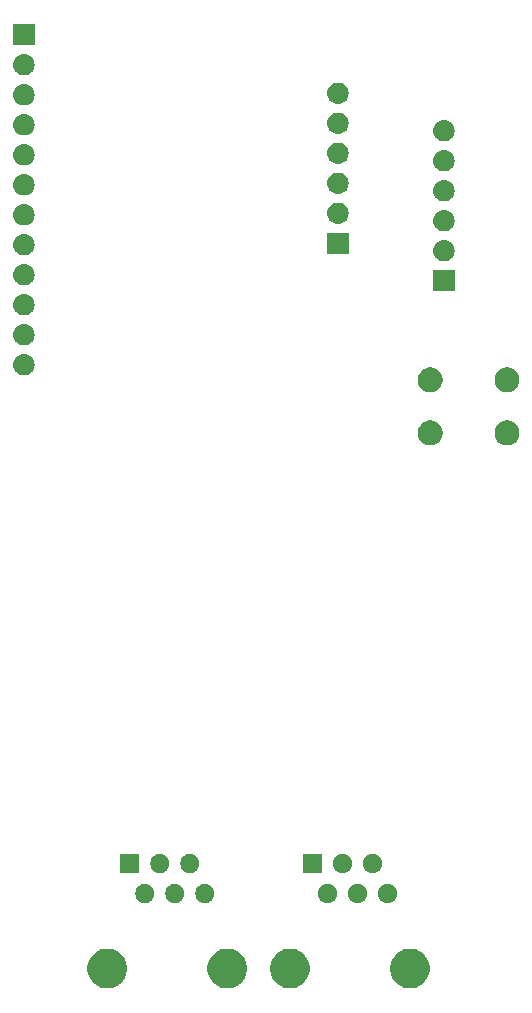
<source format=gbr>
G04 #@! TF.GenerationSoftware,KiCad,Pcbnew,(5.1.4)-1*
G04 #@! TF.CreationDate,2019-11-01T17:51:28+00:00*
G04 #@! TF.ProjectId,canbus_boiler_switch,63616e62-7573-45f6-926f-696c65725f73,rev?*
G04 #@! TF.SameCoordinates,Original*
G04 #@! TF.FileFunction,Soldermask,Bot*
G04 #@! TF.FilePolarity,Negative*
%FSLAX46Y46*%
G04 Gerber Fmt 4.6, Leading zero omitted, Abs format (unit mm)*
G04 Created by KiCad (PCBNEW (5.1.4)-1) date 2019-11-01 17:51:28*
%MOMM*%
%LPD*%
G04 APERTURE LIST*
%ADD10C,0.100000*%
G04 APERTURE END LIST*
D10*
G36*
X62398871Y-207492408D02*
G01*
X62703883Y-207618748D01*
X62978387Y-207802166D01*
X63211834Y-208035613D01*
X63395252Y-208310117D01*
X63521592Y-208615129D01*
X63586000Y-208938928D01*
X63586000Y-209269072D01*
X63521592Y-209592871D01*
X63395252Y-209897883D01*
X63211834Y-210172387D01*
X62978387Y-210405834D01*
X62703883Y-210589252D01*
X62398871Y-210715592D01*
X62075073Y-210780000D01*
X61744927Y-210780000D01*
X61583029Y-210747796D01*
X61421129Y-210715592D01*
X61116117Y-210589252D01*
X60841613Y-210405834D01*
X60608166Y-210172387D01*
X60424748Y-209897883D01*
X60298408Y-209592871D01*
X60234000Y-209269072D01*
X60234000Y-208938928D01*
X60298408Y-208615129D01*
X60424748Y-208310117D01*
X60608166Y-208035613D01*
X60841613Y-207802166D01*
X61116117Y-207618748D01*
X61421129Y-207492408D01*
X61744927Y-207428000D01*
X62075073Y-207428000D01*
X62398871Y-207492408D01*
X62398871Y-207492408D01*
G37*
G36*
X77868871Y-207492408D02*
G01*
X78173883Y-207618748D01*
X78448387Y-207802166D01*
X78681834Y-208035613D01*
X78865252Y-208310117D01*
X78991592Y-208615129D01*
X79056000Y-208938928D01*
X79056000Y-209269072D01*
X78991592Y-209592871D01*
X78865252Y-209897883D01*
X78681834Y-210172387D01*
X78448387Y-210405834D01*
X78173883Y-210589252D01*
X77868871Y-210715592D01*
X77545073Y-210780000D01*
X77214927Y-210780000D01*
X77053029Y-210747796D01*
X76891129Y-210715592D01*
X76586117Y-210589252D01*
X76311613Y-210405834D01*
X76078166Y-210172387D01*
X75894748Y-209897883D01*
X75768408Y-209592871D01*
X75704000Y-209269072D01*
X75704000Y-208938928D01*
X75768408Y-208615129D01*
X75894748Y-208310117D01*
X76078166Y-208035613D01*
X76311613Y-207802166D01*
X76586117Y-207618748D01*
X76891129Y-207492408D01*
X77214927Y-207428000D01*
X77545073Y-207428000D01*
X77868871Y-207492408D01*
X77868871Y-207492408D01*
G37*
G36*
X88028871Y-207492408D02*
G01*
X88333883Y-207618748D01*
X88608387Y-207802166D01*
X88841834Y-208035613D01*
X89025252Y-208310117D01*
X89151592Y-208615129D01*
X89216000Y-208938928D01*
X89216000Y-209269072D01*
X89151592Y-209592871D01*
X89025252Y-209897883D01*
X88841834Y-210172387D01*
X88608387Y-210405834D01*
X88333883Y-210589252D01*
X88028871Y-210715592D01*
X87705073Y-210780000D01*
X87374927Y-210780000D01*
X87213029Y-210747796D01*
X87051129Y-210715592D01*
X86746117Y-210589252D01*
X86471613Y-210405834D01*
X86238166Y-210172387D01*
X86054748Y-209897883D01*
X85928408Y-209592871D01*
X85864000Y-209269072D01*
X85864000Y-208938928D01*
X85928408Y-208615129D01*
X86054748Y-208310117D01*
X86238166Y-208035613D01*
X86471613Y-207802166D01*
X86746117Y-207618748D01*
X87051129Y-207492408D01*
X87374927Y-207428000D01*
X87705073Y-207428000D01*
X88028871Y-207492408D01*
X88028871Y-207492408D01*
G37*
G36*
X72558871Y-207492408D02*
G01*
X72863883Y-207618748D01*
X73138387Y-207802166D01*
X73371834Y-208035613D01*
X73555252Y-208310117D01*
X73681592Y-208615129D01*
X73746000Y-208938928D01*
X73746000Y-209269072D01*
X73681592Y-209592871D01*
X73555252Y-209897883D01*
X73371834Y-210172387D01*
X73138387Y-210405834D01*
X72863883Y-210589252D01*
X72558871Y-210715592D01*
X72235073Y-210780000D01*
X71904927Y-210780000D01*
X71743029Y-210747796D01*
X71581129Y-210715592D01*
X71276117Y-210589252D01*
X71001613Y-210405834D01*
X70768166Y-210172387D01*
X70584748Y-209897883D01*
X70458408Y-209592871D01*
X70394000Y-209269072D01*
X70394000Y-208938928D01*
X70458408Y-208615129D01*
X70584748Y-208310117D01*
X70768166Y-208035613D01*
X71001613Y-207802166D01*
X71276117Y-207618748D01*
X71581129Y-207492408D01*
X71904927Y-207428000D01*
X72235073Y-207428000D01*
X72558871Y-207492408D01*
X72558871Y-207492408D01*
G37*
G36*
X85876560Y-201974166D02*
G01*
X86024153Y-202035301D01*
X86156982Y-202124055D01*
X86269945Y-202237018D01*
X86358699Y-202369847D01*
X86419834Y-202517440D01*
X86451000Y-202674123D01*
X86451000Y-202833877D01*
X86419834Y-202990560D01*
X86358699Y-203138153D01*
X86269945Y-203270982D01*
X86156982Y-203383945D01*
X86024153Y-203472699D01*
X86024152Y-203472700D01*
X86024151Y-203472700D01*
X85876560Y-203533834D01*
X85719878Y-203565000D01*
X85560122Y-203565000D01*
X85403440Y-203533834D01*
X85255849Y-203472700D01*
X85255848Y-203472700D01*
X85255847Y-203472699D01*
X85123018Y-203383945D01*
X85010055Y-203270982D01*
X84921301Y-203138153D01*
X84860166Y-202990560D01*
X84829000Y-202833877D01*
X84829000Y-202674123D01*
X84860166Y-202517440D01*
X84921301Y-202369847D01*
X85010055Y-202237018D01*
X85123018Y-202124055D01*
X85255847Y-202035301D01*
X85403440Y-201974166D01*
X85560122Y-201943000D01*
X85719878Y-201943000D01*
X85876560Y-201974166D01*
X85876560Y-201974166D01*
G37*
G36*
X83336560Y-201974166D02*
G01*
X83484153Y-202035301D01*
X83616982Y-202124055D01*
X83729945Y-202237018D01*
X83818699Y-202369847D01*
X83879834Y-202517440D01*
X83911000Y-202674123D01*
X83911000Y-202833877D01*
X83879834Y-202990560D01*
X83818699Y-203138153D01*
X83729945Y-203270982D01*
X83616982Y-203383945D01*
X83484153Y-203472699D01*
X83484152Y-203472700D01*
X83484151Y-203472700D01*
X83336560Y-203533834D01*
X83179878Y-203565000D01*
X83020122Y-203565000D01*
X82863440Y-203533834D01*
X82715849Y-203472700D01*
X82715848Y-203472700D01*
X82715847Y-203472699D01*
X82583018Y-203383945D01*
X82470055Y-203270982D01*
X82381301Y-203138153D01*
X82320166Y-202990560D01*
X82289000Y-202833877D01*
X82289000Y-202674123D01*
X82320166Y-202517440D01*
X82381301Y-202369847D01*
X82470055Y-202237018D01*
X82583018Y-202124055D01*
X82715847Y-202035301D01*
X82863440Y-201974166D01*
X83020122Y-201943000D01*
X83179878Y-201943000D01*
X83336560Y-201974166D01*
X83336560Y-201974166D01*
G37*
G36*
X80796560Y-201974166D02*
G01*
X80944153Y-202035301D01*
X81076982Y-202124055D01*
X81189945Y-202237018D01*
X81278699Y-202369847D01*
X81339834Y-202517440D01*
X81371000Y-202674123D01*
X81371000Y-202833877D01*
X81339834Y-202990560D01*
X81278699Y-203138153D01*
X81189945Y-203270982D01*
X81076982Y-203383945D01*
X80944153Y-203472699D01*
X80944152Y-203472700D01*
X80944151Y-203472700D01*
X80796560Y-203533834D01*
X80639878Y-203565000D01*
X80480122Y-203565000D01*
X80323440Y-203533834D01*
X80175849Y-203472700D01*
X80175848Y-203472700D01*
X80175847Y-203472699D01*
X80043018Y-203383945D01*
X79930055Y-203270982D01*
X79841301Y-203138153D01*
X79780166Y-202990560D01*
X79749000Y-202833877D01*
X79749000Y-202674123D01*
X79780166Y-202517440D01*
X79841301Y-202369847D01*
X79930055Y-202237018D01*
X80043018Y-202124055D01*
X80175847Y-202035301D01*
X80323440Y-201974166D01*
X80480122Y-201943000D01*
X80639878Y-201943000D01*
X80796560Y-201974166D01*
X80796560Y-201974166D01*
G37*
G36*
X70406560Y-201974166D02*
G01*
X70554153Y-202035301D01*
X70686982Y-202124055D01*
X70799945Y-202237018D01*
X70888699Y-202369847D01*
X70949834Y-202517440D01*
X70981000Y-202674123D01*
X70981000Y-202833877D01*
X70949834Y-202990560D01*
X70888699Y-203138153D01*
X70799945Y-203270982D01*
X70686982Y-203383945D01*
X70554153Y-203472699D01*
X70554152Y-203472700D01*
X70554151Y-203472700D01*
X70406560Y-203533834D01*
X70249878Y-203565000D01*
X70090122Y-203565000D01*
X69933440Y-203533834D01*
X69785849Y-203472700D01*
X69785848Y-203472700D01*
X69785847Y-203472699D01*
X69653018Y-203383945D01*
X69540055Y-203270982D01*
X69451301Y-203138153D01*
X69390166Y-202990560D01*
X69359000Y-202833877D01*
X69359000Y-202674123D01*
X69390166Y-202517440D01*
X69451301Y-202369847D01*
X69540055Y-202237018D01*
X69653018Y-202124055D01*
X69785847Y-202035301D01*
X69933440Y-201974166D01*
X70090122Y-201943000D01*
X70249878Y-201943000D01*
X70406560Y-201974166D01*
X70406560Y-201974166D01*
G37*
G36*
X67866560Y-201974166D02*
G01*
X68014153Y-202035301D01*
X68146982Y-202124055D01*
X68259945Y-202237018D01*
X68348699Y-202369847D01*
X68409834Y-202517440D01*
X68441000Y-202674123D01*
X68441000Y-202833877D01*
X68409834Y-202990560D01*
X68348699Y-203138153D01*
X68259945Y-203270982D01*
X68146982Y-203383945D01*
X68014153Y-203472699D01*
X68014152Y-203472700D01*
X68014151Y-203472700D01*
X67866560Y-203533834D01*
X67709878Y-203565000D01*
X67550122Y-203565000D01*
X67393440Y-203533834D01*
X67245849Y-203472700D01*
X67245848Y-203472700D01*
X67245847Y-203472699D01*
X67113018Y-203383945D01*
X67000055Y-203270982D01*
X66911301Y-203138153D01*
X66850166Y-202990560D01*
X66819000Y-202833877D01*
X66819000Y-202674123D01*
X66850166Y-202517440D01*
X66911301Y-202369847D01*
X67000055Y-202237018D01*
X67113018Y-202124055D01*
X67245847Y-202035301D01*
X67393440Y-201974166D01*
X67550122Y-201943000D01*
X67709878Y-201943000D01*
X67866560Y-201974166D01*
X67866560Y-201974166D01*
G37*
G36*
X65326560Y-201974166D02*
G01*
X65474153Y-202035301D01*
X65606982Y-202124055D01*
X65719945Y-202237018D01*
X65808699Y-202369847D01*
X65869834Y-202517440D01*
X65901000Y-202674123D01*
X65901000Y-202833877D01*
X65869834Y-202990560D01*
X65808699Y-203138153D01*
X65719945Y-203270982D01*
X65606982Y-203383945D01*
X65474153Y-203472699D01*
X65474152Y-203472700D01*
X65474151Y-203472700D01*
X65326560Y-203533834D01*
X65169878Y-203565000D01*
X65010122Y-203565000D01*
X64853440Y-203533834D01*
X64705849Y-203472700D01*
X64705848Y-203472700D01*
X64705847Y-203472699D01*
X64573018Y-203383945D01*
X64460055Y-203270982D01*
X64371301Y-203138153D01*
X64310166Y-202990560D01*
X64279000Y-202833877D01*
X64279000Y-202674123D01*
X64310166Y-202517440D01*
X64371301Y-202369847D01*
X64460055Y-202237018D01*
X64573018Y-202124055D01*
X64705847Y-202035301D01*
X64853440Y-201974166D01*
X65010122Y-201943000D01*
X65169878Y-201943000D01*
X65326560Y-201974166D01*
X65326560Y-201974166D01*
G37*
G36*
X82066560Y-199434166D02*
G01*
X82214153Y-199495301D01*
X82346982Y-199584055D01*
X82459945Y-199697018D01*
X82548699Y-199829847D01*
X82609834Y-199977440D01*
X82641000Y-200134123D01*
X82641000Y-200293877D01*
X82609834Y-200450560D01*
X82548699Y-200598153D01*
X82459945Y-200730982D01*
X82346982Y-200843945D01*
X82214153Y-200932699D01*
X82214152Y-200932700D01*
X82214151Y-200932700D01*
X82066560Y-200993834D01*
X81909878Y-201025000D01*
X81750122Y-201025000D01*
X81593440Y-200993834D01*
X81445849Y-200932700D01*
X81445848Y-200932700D01*
X81445847Y-200932699D01*
X81313018Y-200843945D01*
X81200055Y-200730982D01*
X81111301Y-200598153D01*
X81050166Y-200450560D01*
X81019000Y-200293877D01*
X81019000Y-200134123D01*
X81050166Y-199977440D01*
X81111301Y-199829847D01*
X81200055Y-199697018D01*
X81313018Y-199584055D01*
X81445847Y-199495301D01*
X81593440Y-199434166D01*
X81750122Y-199403000D01*
X81909878Y-199403000D01*
X82066560Y-199434166D01*
X82066560Y-199434166D01*
G37*
G36*
X64631000Y-201025000D02*
G01*
X63009000Y-201025000D01*
X63009000Y-199403000D01*
X64631000Y-199403000D01*
X64631000Y-201025000D01*
X64631000Y-201025000D01*
G37*
G36*
X84606560Y-199434166D02*
G01*
X84754153Y-199495301D01*
X84886982Y-199584055D01*
X84999945Y-199697018D01*
X85088699Y-199829847D01*
X85149834Y-199977440D01*
X85181000Y-200134123D01*
X85181000Y-200293877D01*
X85149834Y-200450560D01*
X85088699Y-200598153D01*
X84999945Y-200730982D01*
X84886982Y-200843945D01*
X84754153Y-200932699D01*
X84754152Y-200932700D01*
X84754151Y-200932700D01*
X84606560Y-200993834D01*
X84449878Y-201025000D01*
X84290122Y-201025000D01*
X84133440Y-200993834D01*
X83985849Y-200932700D01*
X83985848Y-200932700D01*
X83985847Y-200932699D01*
X83853018Y-200843945D01*
X83740055Y-200730982D01*
X83651301Y-200598153D01*
X83590166Y-200450560D01*
X83559000Y-200293877D01*
X83559000Y-200134123D01*
X83590166Y-199977440D01*
X83651301Y-199829847D01*
X83740055Y-199697018D01*
X83853018Y-199584055D01*
X83985847Y-199495301D01*
X84133440Y-199434166D01*
X84290122Y-199403000D01*
X84449878Y-199403000D01*
X84606560Y-199434166D01*
X84606560Y-199434166D01*
G37*
G36*
X80101000Y-201025000D02*
G01*
X78479000Y-201025000D01*
X78479000Y-199403000D01*
X80101000Y-199403000D01*
X80101000Y-201025000D01*
X80101000Y-201025000D01*
G37*
G36*
X66596560Y-199434166D02*
G01*
X66744153Y-199495301D01*
X66876982Y-199584055D01*
X66989945Y-199697018D01*
X67078699Y-199829847D01*
X67139834Y-199977440D01*
X67171000Y-200134123D01*
X67171000Y-200293877D01*
X67139834Y-200450560D01*
X67078699Y-200598153D01*
X66989945Y-200730982D01*
X66876982Y-200843945D01*
X66744153Y-200932699D01*
X66744152Y-200932700D01*
X66744151Y-200932700D01*
X66596560Y-200993834D01*
X66439878Y-201025000D01*
X66280122Y-201025000D01*
X66123440Y-200993834D01*
X65975849Y-200932700D01*
X65975848Y-200932700D01*
X65975847Y-200932699D01*
X65843018Y-200843945D01*
X65730055Y-200730982D01*
X65641301Y-200598153D01*
X65580166Y-200450560D01*
X65549000Y-200293877D01*
X65549000Y-200134123D01*
X65580166Y-199977440D01*
X65641301Y-199829847D01*
X65730055Y-199697018D01*
X65843018Y-199584055D01*
X65975847Y-199495301D01*
X66123440Y-199434166D01*
X66280122Y-199403000D01*
X66439878Y-199403000D01*
X66596560Y-199434166D01*
X66596560Y-199434166D01*
G37*
G36*
X69136560Y-199434166D02*
G01*
X69284153Y-199495301D01*
X69416982Y-199584055D01*
X69529945Y-199697018D01*
X69618699Y-199829847D01*
X69679834Y-199977440D01*
X69711000Y-200134123D01*
X69711000Y-200293877D01*
X69679834Y-200450560D01*
X69618699Y-200598153D01*
X69529945Y-200730982D01*
X69416982Y-200843945D01*
X69284153Y-200932699D01*
X69284152Y-200932700D01*
X69284151Y-200932700D01*
X69136560Y-200993834D01*
X68979878Y-201025000D01*
X68820122Y-201025000D01*
X68663440Y-200993834D01*
X68515849Y-200932700D01*
X68515848Y-200932700D01*
X68515847Y-200932699D01*
X68383018Y-200843945D01*
X68270055Y-200730982D01*
X68181301Y-200598153D01*
X68120166Y-200450560D01*
X68089000Y-200293877D01*
X68089000Y-200134123D01*
X68120166Y-199977440D01*
X68181301Y-199829847D01*
X68270055Y-199697018D01*
X68383018Y-199584055D01*
X68515847Y-199495301D01*
X68663440Y-199434166D01*
X68820122Y-199403000D01*
X68979878Y-199403000D01*
X69136560Y-199434166D01*
X69136560Y-199434166D01*
G37*
G36*
X96064564Y-162747389D02*
G01*
X96255833Y-162826615D01*
X96255835Y-162826616D01*
X96427973Y-162941635D01*
X96574365Y-163088027D01*
X96689385Y-163260167D01*
X96768611Y-163451436D01*
X96809000Y-163654484D01*
X96809000Y-163861516D01*
X96768611Y-164064564D01*
X96689385Y-164255833D01*
X96689384Y-164255835D01*
X96574365Y-164427973D01*
X96427973Y-164574365D01*
X96255835Y-164689384D01*
X96255834Y-164689385D01*
X96255833Y-164689385D01*
X96064564Y-164768611D01*
X95861516Y-164809000D01*
X95654484Y-164809000D01*
X95451436Y-164768611D01*
X95260167Y-164689385D01*
X95260166Y-164689385D01*
X95260165Y-164689384D01*
X95088027Y-164574365D01*
X94941635Y-164427973D01*
X94826616Y-164255835D01*
X94826615Y-164255833D01*
X94747389Y-164064564D01*
X94707000Y-163861516D01*
X94707000Y-163654484D01*
X94747389Y-163451436D01*
X94826615Y-163260167D01*
X94941635Y-163088027D01*
X95088027Y-162941635D01*
X95260165Y-162826616D01*
X95260167Y-162826615D01*
X95451436Y-162747389D01*
X95654484Y-162707000D01*
X95861516Y-162707000D01*
X96064564Y-162747389D01*
X96064564Y-162747389D01*
G37*
G36*
X89564564Y-162747389D02*
G01*
X89755833Y-162826615D01*
X89755835Y-162826616D01*
X89927973Y-162941635D01*
X90074365Y-163088027D01*
X90189385Y-163260167D01*
X90268611Y-163451436D01*
X90309000Y-163654484D01*
X90309000Y-163861516D01*
X90268611Y-164064564D01*
X90189385Y-164255833D01*
X90189384Y-164255835D01*
X90074365Y-164427973D01*
X89927973Y-164574365D01*
X89755835Y-164689384D01*
X89755834Y-164689385D01*
X89755833Y-164689385D01*
X89564564Y-164768611D01*
X89361516Y-164809000D01*
X89154484Y-164809000D01*
X88951436Y-164768611D01*
X88760167Y-164689385D01*
X88760166Y-164689385D01*
X88760165Y-164689384D01*
X88588027Y-164574365D01*
X88441635Y-164427973D01*
X88326616Y-164255835D01*
X88326615Y-164255833D01*
X88247389Y-164064564D01*
X88207000Y-163861516D01*
X88207000Y-163654484D01*
X88247389Y-163451436D01*
X88326615Y-163260167D01*
X88441635Y-163088027D01*
X88588027Y-162941635D01*
X88760165Y-162826616D01*
X88760167Y-162826615D01*
X88951436Y-162747389D01*
X89154484Y-162707000D01*
X89361516Y-162707000D01*
X89564564Y-162747389D01*
X89564564Y-162747389D01*
G37*
G36*
X89564564Y-158247389D02*
G01*
X89755833Y-158326615D01*
X89755835Y-158326616D01*
X89927973Y-158441635D01*
X90074365Y-158588027D01*
X90176431Y-158740779D01*
X90189385Y-158760167D01*
X90268611Y-158951436D01*
X90309000Y-159154484D01*
X90309000Y-159361516D01*
X90268611Y-159564564D01*
X90189385Y-159755833D01*
X90189384Y-159755835D01*
X90074365Y-159927973D01*
X89927973Y-160074365D01*
X89755835Y-160189384D01*
X89755834Y-160189385D01*
X89755833Y-160189385D01*
X89564564Y-160268611D01*
X89361516Y-160309000D01*
X89154484Y-160309000D01*
X88951436Y-160268611D01*
X88760167Y-160189385D01*
X88760166Y-160189385D01*
X88760165Y-160189384D01*
X88588027Y-160074365D01*
X88441635Y-159927973D01*
X88326616Y-159755835D01*
X88326615Y-159755833D01*
X88247389Y-159564564D01*
X88207000Y-159361516D01*
X88207000Y-159154484D01*
X88247389Y-158951436D01*
X88326615Y-158760167D01*
X88339570Y-158740779D01*
X88441635Y-158588027D01*
X88588027Y-158441635D01*
X88760165Y-158326616D01*
X88760167Y-158326615D01*
X88951436Y-158247389D01*
X89154484Y-158207000D01*
X89361516Y-158207000D01*
X89564564Y-158247389D01*
X89564564Y-158247389D01*
G37*
G36*
X96064564Y-158247389D02*
G01*
X96255833Y-158326615D01*
X96255835Y-158326616D01*
X96427973Y-158441635D01*
X96574365Y-158588027D01*
X96676431Y-158740779D01*
X96689385Y-158760167D01*
X96768611Y-158951436D01*
X96809000Y-159154484D01*
X96809000Y-159361516D01*
X96768611Y-159564564D01*
X96689385Y-159755833D01*
X96689384Y-159755835D01*
X96574365Y-159927973D01*
X96427973Y-160074365D01*
X96255835Y-160189384D01*
X96255834Y-160189385D01*
X96255833Y-160189385D01*
X96064564Y-160268611D01*
X95861516Y-160309000D01*
X95654484Y-160309000D01*
X95451436Y-160268611D01*
X95260167Y-160189385D01*
X95260166Y-160189385D01*
X95260165Y-160189384D01*
X95088027Y-160074365D01*
X94941635Y-159927973D01*
X94826616Y-159755835D01*
X94826615Y-159755833D01*
X94747389Y-159564564D01*
X94707000Y-159361516D01*
X94707000Y-159154484D01*
X94747389Y-158951436D01*
X94826615Y-158760167D01*
X94839570Y-158740779D01*
X94941635Y-158588027D01*
X95088027Y-158441635D01*
X95260165Y-158326616D01*
X95260167Y-158326615D01*
X95451436Y-158247389D01*
X95654484Y-158207000D01*
X95861516Y-158207000D01*
X96064564Y-158247389D01*
X96064564Y-158247389D01*
G37*
G36*
X54974442Y-157093518D02*
G01*
X55040627Y-157100037D01*
X55210466Y-157151557D01*
X55366991Y-157235222D01*
X55402729Y-157264552D01*
X55504186Y-157347814D01*
X55587448Y-157449271D01*
X55616778Y-157485009D01*
X55700443Y-157641534D01*
X55751963Y-157811373D01*
X55769359Y-157988000D01*
X55751963Y-158164627D01*
X55700443Y-158334466D01*
X55616778Y-158490991D01*
X55587448Y-158526729D01*
X55504186Y-158628186D01*
X55402729Y-158711448D01*
X55366991Y-158740778D01*
X55210466Y-158824443D01*
X55040627Y-158875963D01*
X54974442Y-158882482D01*
X54908260Y-158889000D01*
X54819740Y-158889000D01*
X54753558Y-158882482D01*
X54687373Y-158875963D01*
X54517534Y-158824443D01*
X54361009Y-158740778D01*
X54325271Y-158711448D01*
X54223814Y-158628186D01*
X54140552Y-158526729D01*
X54111222Y-158490991D01*
X54027557Y-158334466D01*
X53976037Y-158164627D01*
X53958641Y-157988000D01*
X53976037Y-157811373D01*
X54027557Y-157641534D01*
X54111222Y-157485009D01*
X54140552Y-157449271D01*
X54223814Y-157347814D01*
X54325271Y-157264552D01*
X54361009Y-157235222D01*
X54517534Y-157151557D01*
X54687373Y-157100037D01*
X54753558Y-157093518D01*
X54819740Y-157087000D01*
X54908260Y-157087000D01*
X54974442Y-157093518D01*
X54974442Y-157093518D01*
G37*
G36*
X54974442Y-154553518D02*
G01*
X55040627Y-154560037D01*
X55210466Y-154611557D01*
X55366991Y-154695222D01*
X55402729Y-154724552D01*
X55504186Y-154807814D01*
X55587448Y-154909271D01*
X55616778Y-154945009D01*
X55700443Y-155101534D01*
X55751963Y-155271373D01*
X55769359Y-155448000D01*
X55751963Y-155624627D01*
X55700443Y-155794466D01*
X55616778Y-155950991D01*
X55587448Y-155986729D01*
X55504186Y-156088186D01*
X55402729Y-156171448D01*
X55366991Y-156200778D01*
X55210466Y-156284443D01*
X55040627Y-156335963D01*
X54974442Y-156342482D01*
X54908260Y-156349000D01*
X54819740Y-156349000D01*
X54753558Y-156342482D01*
X54687373Y-156335963D01*
X54517534Y-156284443D01*
X54361009Y-156200778D01*
X54325271Y-156171448D01*
X54223814Y-156088186D01*
X54140552Y-155986729D01*
X54111222Y-155950991D01*
X54027557Y-155794466D01*
X53976037Y-155624627D01*
X53958641Y-155448000D01*
X53976037Y-155271373D01*
X54027557Y-155101534D01*
X54111222Y-154945009D01*
X54140552Y-154909271D01*
X54223814Y-154807814D01*
X54325271Y-154724552D01*
X54361009Y-154695222D01*
X54517534Y-154611557D01*
X54687373Y-154560037D01*
X54753558Y-154553518D01*
X54819740Y-154547000D01*
X54908260Y-154547000D01*
X54974442Y-154553518D01*
X54974442Y-154553518D01*
G37*
G36*
X54974443Y-152013519D02*
G01*
X55040627Y-152020037D01*
X55210466Y-152071557D01*
X55366991Y-152155222D01*
X55402729Y-152184552D01*
X55504186Y-152267814D01*
X55587448Y-152369271D01*
X55616778Y-152405009D01*
X55700443Y-152561534D01*
X55751963Y-152731373D01*
X55769359Y-152908000D01*
X55751963Y-153084627D01*
X55700443Y-153254466D01*
X55616778Y-153410991D01*
X55587448Y-153446729D01*
X55504186Y-153548186D01*
X55402729Y-153631448D01*
X55366991Y-153660778D01*
X55210466Y-153744443D01*
X55040627Y-153795963D01*
X54974442Y-153802482D01*
X54908260Y-153809000D01*
X54819740Y-153809000D01*
X54753558Y-153802482D01*
X54687373Y-153795963D01*
X54517534Y-153744443D01*
X54361009Y-153660778D01*
X54325271Y-153631448D01*
X54223814Y-153548186D01*
X54140552Y-153446729D01*
X54111222Y-153410991D01*
X54027557Y-153254466D01*
X53976037Y-153084627D01*
X53958641Y-152908000D01*
X53976037Y-152731373D01*
X54027557Y-152561534D01*
X54111222Y-152405009D01*
X54140552Y-152369271D01*
X54223814Y-152267814D01*
X54325271Y-152184552D01*
X54361009Y-152155222D01*
X54517534Y-152071557D01*
X54687373Y-152020037D01*
X54753557Y-152013519D01*
X54819740Y-152007000D01*
X54908260Y-152007000D01*
X54974443Y-152013519D01*
X54974443Y-152013519D01*
G37*
G36*
X91325000Y-151777000D02*
G01*
X89523000Y-151777000D01*
X89523000Y-149975000D01*
X91325000Y-149975000D01*
X91325000Y-151777000D01*
X91325000Y-151777000D01*
G37*
G36*
X54974442Y-149473518D02*
G01*
X55040627Y-149480037D01*
X55210466Y-149531557D01*
X55366991Y-149615222D01*
X55402729Y-149644552D01*
X55504186Y-149727814D01*
X55587448Y-149829271D01*
X55616778Y-149865009D01*
X55700443Y-150021534D01*
X55751963Y-150191373D01*
X55769359Y-150368000D01*
X55751963Y-150544627D01*
X55700443Y-150714466D01*
X55616778Y-150870991D01*
X55587448Y-150906729D01*
X55504186Y-151008186D01*
X55402729Y-151091448D01*
X55366991Y-151120778D01*
X55210466Y-151204443D01*
X55040627Y-151255963D01*
X54974442Y-151262482D01*
X54908260Y-151269000D01*
X54819740Y-151269000D01*
X54753558Y-151262482D01*
X54687373Y-151255963D01*
X54517534Y-151204443D01*
X54361009Y-151120778D01*
X54325271Y-151091448D01*
X54223814Y-151008186D01*
X54140552Y-150906729D01*
X54111222Y-150870991D01*
X54027557Y-150714466D01*
X53976037Y-150544627D01*
X53958641Y-150368000D01*
X53976037Y-150191373D01*
X54027557Y-150021534D01*
X54111222Y-149865009D01*
X54140552Y-149829271D01*
X54223814Y-149727814D01*
X54325271Y-149644552D01*
X54361009Y-149615222D01*
X54517534Y-149531557D01*
X54687373Y-149480037D01*
X54753558Y-149473518D01*
X54819740Y-149467000D01*
X54908260Y-149467000D01*
X54974442Y-149473518D01*
X54974442Y-149473518D01*
G37*
G36*
X90534443Y-147441519D02*
G01*
X90600627Y-147448037D01*
X90770466Y-147499557D01*
X90926991Y-147583222D01*
X90962729Y-147612552D01*
X91064186Y-147695814D01*
X91147448Y-147797271D01*
X91176778Y-147833009D01*
X91260443Y-147989534D01*
X91311963Y-148159373D01*
X91329359Y-148336000D01*
X91311963Y-148512627D01*
X91260443Y-148682466D01*
X91176778Y-148838991D01*
X91147448Y-148874729D01*
X91064186Y-148976186D01*
X90962729Y-149059448D01*
X90926991Y-149088778D01*
X90770466Y-149172443D01*
X90600627Y-149223963D01*
X90534442Y-149230482D01*
X90468260Y-149237000D01*
X90379740Y-149237000D01*
X90313558Y-149230482D01*
X90247373Y-149223963D01*
X90077534Y-149172443D01*
X89921009Y-149088778D01*
X89885271Y-149059448D01*
X89783814Y-148976186D01*
X89700552Y-148874729D01*
X89671222Y-148838991D01*
X89587557Y-148682466D01*
X89536037Y-148512627D01*
X89518641Y-148336000D01*
X89536037Y-148159373D01*
X89587557Y-147989534D01*
X89671222Y-147833009D01*
X89700552Y-147797271D01*
X89783814Y-147695814D01*
X89885271Y-147612552D01*
X89921009Y-147583222D01*
X90077534Y-147499557D01*
X90247373Y-147448037D01*
X90313557Y-147441519D01*
X90379740Y-147435000D01*
X90468260Y-147435000D01*
X90534443Y-147441519D01*
X90534443Y-147441519D01*
G37*
G36*
X54974443Y-146933519D02*
G01*
X55040627Y-146940037D01*
X55210466Y-146991557D01*
X55366991Y-147075222D01*
X55402729Y-147104552D01*
X55504186Y-147187814D01*
X55587448Y-147289271D01*
X55616778Y-147325009D01*
X55700443Y-147481534D01*
X55751963Y-147651373D01*
X55769359Y-147828000D01*
X55751963Y-148004627D01*
X55700443Y-148174466D01*
X55616778Y-148330991D01*
X55612667Y-148336000D01*
X55504186Y-148468186D01*
X55402729Y-148551448D01*
X55366991Y-148580778D01*
X55210466Y-148664443D01*
X55040627Y-148715963D01*
X54974443Y-148722481D01*
X54908260Y-148729000D01*
X54819740Y-148729000D01*
X54753557Y-148722481D01*
X54687373Y-148715963D01*
X54517534Y-148664443D01*
X54361009Y-148580778D01*
X54325271Y-148551448D01*
X54223814Y-148468186D01*
X54115333Y-148336000D01*
X54111222Y-148330991D01*
X54027557Y-148174466D01*
X53976037Y-148004627D01*
X53958641Y-147828000D01*
X53976037Y-147651373D01*
X54027557Y-147481534D01*
X54111222Y-147325009D01*
X54140552Y-147289271D01*
X54223814Y-147187814D01*
X54325271Y-147104552D01*
X54361009Y-147075222D01*
X54517534Y-146991557D01*
X54687373Y-146940037D01*
X54753557Y-146933519D01*
X54819740Y-146927000D01*
X54908260Y-146927000D01*
X54974443Y-146933519D01*
X54974443Y-146933519D01*
G37*
G36*
X82351000Y-148601000D02*
G01*
X80549000Y-148601000D01*
X80549000Y-146799000D01*
X82351000Y-146799000D01*
X82351000Y-148601000D01*
X82351000Y-148601000D01*
G37*
G36*
X90534442Y-144901518D02*
G01*
X90600627Y-144908037D01*
X90770466Y-144959557D01*
X90926991Y-145043222D01*
X90962729Y-145072552D01*
X91064186Y-145155814D01*
X91147448Y-145257271D01*
X91176778Y-145293009D01*
X91260443Y-145449534D01*
X91311963Y-145619373D01*
X91329359Y-145796000D01*
X91311963Y-145972627D01*
X91260443Y-146142466D01*
X91176778Y-146298991D01*
X91147448Y-146334729D01*
X91064186Y-146436186D01*
X90962729Y-146519448D01*
X90926991Y-146548778D01*
X90770466Y-146632443D01*
X90600627Y-146683963D01*
X90534443Y-146690481D01*
X90468260Y-146697000D01*
X90379740Y-146697000D01*
X90313557Y-146690481D01*
X90247373Y-146683963D01*
X90077534Y-146632443D01*
X89921009Y-146548778D01*
X89885271Y-146519448D01*
X89783814Y-146436186D01*
X89700552Y-146334729D01*
X89671222Y-146298991D01*
X89587557Y-146142466D01*
X89536037Y-145972627D01*
X89518641Y-145796000D01*
X89536037Y-145619373D01*
X89587557Y-145449534D01*
X89671222Y-145293009D01*
X89700552Y-145257271D01*
X89783814Y-145155814D01*
X89885271Y-145072552D01*
X89921009Y-145043222D01*
X90077534Y-144959557D01*
X90247373Y-144908037D01*
X90313558Y-144901518D01*
X90379740Y-144895000D01*
X90468260Y-144895000D01*
X90534442Y-144901518D01*
X90534442Y-144901518D01*
G37*
G36*
X54974443Y-144393519D02*
G01*
X55040627Y-144400037D01*
X55210466Y-144451557D01*
X55366991Y-144535222D01*
X55402729Y-144564552D01*
X55504186Y-144647814D01*
X55587448Y-144749271D01*
X55616778Y-144785009D01*
X55700443Y-144941534D01*
X55751963Y-145111373D01*
X55769359Y-145288000D01*
X55751963Y-145464627D01*
X55700443Y-145634466D01*
X55616778Y-145790991D01*
X55587448Y-145826729D01*
X55504186Y-145928186D01*
X55421013Y-145996443D01*
X55366991Y-146040778D01*
X55210466Y-146124443D01*
X55040627Y-146175963D01*
X54974443Y-146182481D01*
X54908260Y-146189000D01*
X54819740Y-146189000D01*
X54753557Y-146182481D01*
X54687373Y-146175963D01*
X54517534Y-146124443D01*
X54361009Y-146040778D01*
X54306987Y-145996443D01*
X54223814Y-145928186D01*
X54140552Y-145826729D01*
X54111222Y-145790991D01*
X54027557Y-145634466D01*
X53976037Y-145464627D01*
X53958641Y-145288000D01*
X53976037Y-145111373D01*
X54027557Y-144941534D01*
X54111222Y-144785009D01*
X54140552Y-144749271D01*
X54223814Y-144647814D01*
X54325271Y-144564552D01*
X54361009Y-144535222D01*
X54517534Y-144451557D01*
X54687373Y-144400037D01*
X54753557Y-144393519D01*
X54819740Y-144387000D01*
X54908260Y-144387000D01*
X54974443Y-144393519D01*
X54974443Y-144393519D01*
G37*
G36*
X81560442Y-144265518D02*
G01*
X81626627Y-144272037D01*
X81796466Y-144323557D01*
X81952991Y-144407222D01*
X81988729Y-144436552D01*
X82090186Y-144519814D01*
X82173448Y-144621271D01*
X82202778Y-144657009D01*
X82286443Y-144813534D01*
X82337963Y-144983373D01*
X82355359Y-145160000D01*
X82337963Y-145336627D01*
X82286443Y-145506466D01*
X82202778Y-145662991D01*
X82173448Y-145698729D01*
X82090186Y-145800186D01*
X81988729Y-145883448D01*
X81952991Y-145912778D01*
X81796466Y-145996443D01*
X81626627Y-146047963D01*
X81560443Y-146054481D01*
X81494260Y-146061000D01*
X81405740Y-146061000D01*
X81339557Y-146054481D01*
X81273373Y-146047963D01*
X81103534Y-145996443D01*
X80947009Y-145912778D01*
X80911271Y-145883448D01*
X80809814Y-145800186D01*
X80726552Y-145698729D01*
X80697222Y-145662991D01*
X80613557Y-145506466D01*
X80562037Y-145336627D01*
X80544641Y-145160000D01*
X80562037Y-144983373D01*
X80613557Y-144813534D01*
X80697222Y-144657009D01*
X80726552Y-144621271D01*
X80809814Y-144519814D01*
X80911271Y-144436552D01*
X80947009Y-144407222D01*
X81103534Y-144323557D01*
X81273373Y-144272037D01*
X81339558Y-144265518D01*
X81405740Y-144259000D01*
X81494260Y-144259000D01*
X81560442Y-144265518D01*
X81560442Y-144265518D01*
G37*
G36*
X90534443Y-142361519D02*
G01*
X90600627Y-142368037D01*
X90770466Y-142419557D01*
X90926991Y-142503222D01*
X90962729Y-142532552D01*
X91064186Y-142615814D01*
X91147448Y-142717271D01*
X91176778Y-142753009D01*
X91260443Y-142909534D01*
X91311963Y-143079373D01*
X91329359Y-143256000D01*
X91311963Y-143432627D01*
X91260443Y-143602466D01*
X91176778Y-143758991D01*
X91147448Y-143794729D01*
X91064186Y-143896186D01*
X90962729Y-143979448D01*
X90926991Y-144008778D01*
X90770466Y-144092443D01*
X90600627Y-144143963D01*
X90534443Y-144150481D01*
X90468260Y-144157000D01*
X90379740Y-144157000D01*
X90313557Y-144150481D01*
X90247373Y-144143963D01*
X90077534Y-144092443D01*
X89921009Y-144008778D01*
X89885271Y-143979448D01*
X89783814Y-143896186D01*
X89700552Y-143794729D01*
X89671222Y-143758991D01*
X89587557Y-143602466D01*
X89536037Y-143432627D01*
X89518641Y-143256000D01*
X89536037Y-143079373D01*
X89587557Y-142909534D01*
X89671222Y-142753009D01*
X89700552Y-142717271D01*
X89783814Y-142615814D01*
X89885271Y-142532552D01*
X89921009Y-142503222D01*
X90077534Y-142419557D01*
X90247373Y-142368037D01*
X90313557Y-142361519D01*
X90379740Y-142355000D01*
X90468260Y-142355000D01*
X90534443Y-142361519D01*
X90534443Y-142361519D01*
G37*
G36*
X54974442Y-141853518D02*
G01*
X55040627Y-141860037D01*
X55210466Y-141911557D01*
X55366991Y-141995222D01*
X55402729Y-142024552D01*
X55504186Y-142107814D01*
X55587448Y-142209271D01*
X55616778Y-142245009D01*
X55700443Y-142401534D01*
X55751963Y-142571373D01*
X55769359Y-142748000D01*
X55751963Y-142924627D01*
X55700443Y-143094466D01*
X55616778Y-143250991D01*
X55587448Y-143286729D01*
X55504186Y-143388186D01*
X55421013Y-143456443D01*
X55366991Y-143500778D01*
X55210466Y-143584443D01*
X55040627Y-143635963D01*
X54974442Y-143642482D01*
X54908260Y-143649000D01*
X54819740Y-143649000D01*
X54753558Y-143642482D01*
X54687373Y-143635963D01*
X54517534Y-143584443D01*
X54361009Y-143500778D01*
X54306987Y-143456443D01*
X54223814Y-143388186D01*
X54140552Y-143286729D01*
X54111222Y-143250991D01*
X54027557Y-143094466D01*
X53976037Y-142924627D01*
X53958641Y-142748000D01*
X53976037Y-142571373D01*
X54027557Y-142401534D01*
X54111222Y-142245009D01*
X54140552Y-142209271D01*
X54223814Y-142107814D01*
X54325271Y-142024552D01*
X54361009Y-141995222D01*
X54517534Y-141911557D01*
X54687373Y-141860037D01*
X54753558Y-141853518D01*
X54819740Y-141847000D01*
X54908260Y-141847000D01*
X54974442Y-141853518D01*
X54974442Y-141853518D01*
G37*
G36*
X81560442Y-141725518D02*
G01*
X81626627Y-141732037D01*
X81796466Y-141783557D01*
X81952991Y-141867222D01*
X81988729Y-141896552D01*
X82090186Y-141979814D01*
X82173448Y-142081271D01*
X82202778Y-142117009D01*
X82286443Y-142273534D01*
X82337963Y-142443373D01*
X82355359Y-142620000D01*
X82337963Y-142796627D01*
X82286443Y-142966466D01*
X82202778Y-143122991D01*
X82173448Y-143158729D01*
X82090186Y-143260186D01*
X81988729Y-143343448D01*
X81952991Y-143372778D01*
X81796466Y-143456443D01*
X81626627Y-143507963D01*
X81560442Y-143514482D01*
X81494260Y-143521000D01*
X81405740Y-143521000D01*
X81339558Y-143514482D01*
X81273373Y-143507963D01*
X81103534Y-143456443D01*
X80947009Y-143372778D01*
X80911271Y-143343448D01*
X80809814Y-143260186D01*
X80726552Y-143158729D01*
X80697222Y-143122991D01*
X80613557Y-142966466D01*
X80562037Y-142796627D01*
X80544641Y-142620000D01*
X80562037Y-142443373D01*
X80613557Y-142273534D01*
X80697222Y-142117009D01*
X80726552Y-142081271D01*
X80809814Y-141979814D01*
X80911271Y-141896552D01*
X80947009Y-141867222D01*
X81103534Y-141783557D01*
X81273373Y-141732037D01*
X81339558Y-141725518D01*
X81405740Y-141719000D01*
X81494260Y-141719000D01*
X81560442Y-141725518D01*
X81560442Y-141725518D01*
G37*
G36*
X90534443Y-139821519D02*
G01*
X90600627Y-139828037D01*
X90770466Y-139879557D01*
X90926991Y-139963222D01*
X90962729Y-139992552D01*
X91064186Y-140075814D01*
X91147448Y-140177271D01*
X91176778Y-140213009D01*
X91260443Y-140369534D01*
X91311963Y-140539373D01*
X91329359Y-140716000D01*
X91311963Y-140892627D01*
X91260443Y-141062466D01*
X91176778Y-141218991D01*
X91147448Y-141254729D01*
X91064186Y-141356186D01*
X90962729Y-141439448D01*
X90926991Y-141468778D01*
X90770466Y-141552443D01*
X90600627Y-141603963D01*
X90534443Y-141610481D01*
X90468260Y-141617000D01*
X90379740Y-141617000D01*
X90313557Y-141610481D01*
X90247373Y-141603963D01*
X90077534Y-141552443D01*
X89921009Y-141468778D01*
X89885271Y-141439448D01*
X89783814Y-141356186D01*
X89700552Y-141254729D01*
X89671222Y-141218991D01*
X89587557Y-141062466D01*
X89536037Y-140892627D01*
X89518641Y-140716000D01*
X89536037Y-140539373D01*
X89587557Y-140369534D01*
X89671222Y-140213009D01*
X89700552Y-140177271D01*
X89783814Y-140075814D01*
X89885271Y-139992552D01*
X89921009Y-139963222D01*
X90077534Y-139879557D01*
X90247373Y-139828037D01*
X90313557Y-139821519D01*
X90379740Y-139815000D01*
X90468260Y-139815000D01*
X90534443Y-139821519D01*
X90534443Y-139821519D01*
G37*
G36*
X54974443Y-139313519D02*
G01*
X55040627Y-139320037D01*
X55210466Y-139371557D01*
X55366991Y-139455222D01*
X55402729Y-139484552D01*
X55504186Y-139567814D01*
X55587448Y-139669271D01*
X55616778Y-139705009D01*
X55700443Y-139861534D01*
X55751963Y-140031373D01*
X55769359Y-140208000D01*
X55751963Y-140384627D01*
X55700443Y-140554466D01*
X55616778Y-140710991D01*
X55587448Y-140746729D01*
X55504186Y-140848186D01*
X55421013Y-140916443D01*
X55366991Y-140960778D01*
X55210466Y-141044443D01*
X55040627Y-141095963D01*
X54974443Y-141102481D01*
X54908260Y-141109000D01*
X54819740Y-141109000D01*
X54753557Y-141102481D01*
X54687373Y-141095963D01*
X54517534Y-141044443D01*
X54361009Y-140960778D01*
X54306987Y-140916443D01*
X54223814Y-140848186D01*
X54140552Y-140746729D01*
X54111222Y-140710991D01*
X54027557Y-140554466D01*
X53976037Y-140384627D01*
X53958641Y-140208000D01*
X53976037Y-140031373D01*
X54027557Y-139861534D01*
X54111222Y-139705009D01*
X54140552Y-139669271D01*
X54223814Y-139567814D01*
X54325271Y-139484552D01*
X54361009Y-139455222D01*
X54517534Y-139371557D01*
X54687373Y-139320037D01*
X54753557Y-139313519D01*
X54819740Y-139307000D01*
X54908260Y-139307000D01*
X54974443Y-139313519D01*
X54974443Y-139313519D01*
G37*
G36*
X81560443Y-139185519D02*
G01*
X81626627Y-139192037D01*
X81796466Y-139243557D01*
X81952991Y-139327222D01*
X81988729Y-139356552D01*
X82090186Y-139439814D01*
X82173448Y-139541271D01*
X82202778Y-139577009D01*
X82286443Y-139733534D01*
X82337963Y-139903373D01*
X82355359Y-140080000D01*
X82337963Y-140256627D01*
X82286443Y-140426466D01*
X82202778Y-140582991D01*
X82173448Y-140618729D01*
X82090186Y-140720186D01*
X81988729Y-140803448D01*
X81952991Y-140832778D01*
X81796466Y-140916443D01*
X81626627Y-140967963D01*
X81560442Y-140974482D01*
X81494260Y-140981000D01*
X81405740Y-140981000D01*
X81339558Y-140974482D01*
X81273373Y-140967963D01*
X81103534Y-140916443D01*
X80947009Y-140832778D01*
X80911271Y-140803448D01*
X80809814Y-140720186D01*
X80726552Y-140618729D01*
X80697222Y-140582991D01*
X80613557Y-140426466D01*
X80562037Y-140256627D01*
X80544641Y-140080000D01*
X80562037Y-139903373D01*
X80613557Y-139733534D01*
X80697222Y-139577009D01*
X80726552Y-139541271D01*
X80809814Y-139439814D01*
X80911271Y-139356552D01*
X80947009Y-139327222D01*
X81103534Y-139243557D01*
X81273373Y-139192037D01*
X81339557Y-139185519D01*
X81405740Y-139179000D01*
X81494260Y-139179000D01*
X81560443Y-139185519D01*
X81560443Y-139185519D01*
G37*
G36*
X90534442Y-137281518D02*
G01*
X90600627Y-137288037D01*
X90770466Y-137339557D01*
X90926991Y-137423222D01*
X90962729Y-137452552D01*
X91064186Y-137535814D01*
X91147448Y-137637271D01*
X91176778Y-137673009D01*
X91260443Y-137829534D01*
X91311963Y-137999373D01*
X91329359Y-138176000D01*
X91311963Y-138352627D01*
X91260443Y-138522466D01*
X91176778Y-138678991D01*
X91147448Y-138714729D01*
X91064186Y-138816186D01*
X90962729Y-138899448D01*
X90926991Y-138928778D01*
X90770466Y-139012443D01*
X90600627Y-139063963D01*
X90534442Y-139070482D01*
X90468260Y-139077000D01*
X90379740Y-139077000D01*
X90313558Y-139070482D01*
X90247373Y-139063963D01*
X90077534Y-139012443D01*
X89921009Y-138928778D01*
X89885271Y-138899448D01*
X89783814Y-138816186D01*
X89700552Y-138714729D01*
X89671222Y-138678991D01*
X89587557Y-138522466D01*
X89536037Y-138352627D01*
X89518641Y-138176000D01*
X89536037Y-137999373D01*
X89587557Y-137829534D01*
X89671222Y-137673009D01*
X89700552Y-137637271D01*
X89783814Y-137535814D01*
X89885271Y-137452552D01*
X89921009Y-137423222D01*
X90077534Y-137339557D01*
X90247373Y-137288037D01*
X90313558Y-137281518D01*
X90379740Y-137275000D01*
X90468260Y-137275000D01*
X90534442Y-137281518D01*
X90534442Y-137281518D01*
G37*
G36*
X54974442Y-136773518D02*
G01*
X55040627Y-136780037D01*
X55210466Y-136831557D01*
X55366991Y-136915222D01*
X55402729Y-136944552D01*
X55504186Y-137027814D01*
X55587448Y-137129271D01*
X55616778Y-137165009D01*
X55700443Y-137321534D01*
X55751963Y-137491373D01*
X55769359Y-137668000D01*
X55751963Y-137844627D01*
X55700443Y-138014466D01*
X55616778Y-138170991D01*
X55587448Y-138206729D01*
X55504186Y-138308186D01*
X55421013Y-138376443D01*
X55366991Y-138420778D01*
X55210466Y-138504443D01*
X55040627Y-138555963D01*
X54974443Y-138562481D01*
X54908260Y-138569000D01*
X54819740Y-138569000D01*
X54753557Y-138562481D01*
X54687373Y-138555963D01*
X54517534Y-138504443D01*
X54361009Y-138420778D01*
X54306987Y-138376443D01*
X54223814Y-138308186D01*
X54140552Y-138206729D01*
X54111222Y-138170991D01*
X54027557Y-138014466D01*
X53976037Y-137844627D01*
X53958641Y-137668000D01*
X53976037Y-137491373D01*
X54027557Y-137321534D01*
X54111222Y-137165009D01*
X54140552Y-137129271D01*
X54223814Y-137027814D01*
X54325271Y-136944552D01*
X54361009Y-136915222D01*
X54517534Y-136831557D01*
X54687373Y-136780037D01*
X54753558Y-136773518D01*
X54819740Y-136767000D01*
X54908260Y-136767000D01*
X54974442Y-136773518D01*
X54974442Y-136773518D01*
G37*
G36*
X81560443Y-136645519D02*
G01*
X81626627Y-136652037D01*
X81796466Y-136703557D01*
X81952991Y-136787222D01*
X81988729Y-136816552D01*
X82090186Y-136899814D01*
X82173448Y-137001271D01*
X82202778Y-137037009D01*
X82286443Y-137193534D01*
X82337963Y-137363373D01*
X82355359Y-137540000D01*
X82337963Y-137716627D01*
X82286443Y-137886466D01*
X82202778Y-138042991D01*
X82173448Y-138078729D01*
X82090186Y-138180186D01*
X81988729Y-138263448D01*
X81952991Y-138292778D01*
X81796466Y-138376443D01*
X81626627Y-138427963D01*
X81560443Y-138434481D01*
X81494260Y-138441000D01*
X81405740Y-138441000D01*
X81339557Y-138434481D01*
X81273373Y-138427963D01*
X81103534Y-138376443D01*
X80947009Y-138292778D01*
X80911271Y-138263448D01*
X80809814Y-138180186D01*
X80726552Y-138078729D01*
X80697222Y-138042991D01*
X80613557Y-137886466D01*
X80562037Y-137716627D01*
X80544641Y-137540000D01*
X80562037Y-137363373D01*
X80613557Y-137193534D01*
X80697222Y-137037009D01*
X80726552Y-137001271D01*
X80809814Y-136899814D01*
X80911271Y-136816552D01*
X80947009Y-136787222D01*
X81103534Y-136703557D01*
X81273373Y-136652037D01*
X81339557Y-136645519D01*
X81405740Y-136639000D01*
X81494260Y-136639000D01*
X81560443Y-136645519D01*
X81560443Y-136645519D01*
G37*
G36*
X54974442Y-134233518D02*
G01*
X55040627Y-134240037D01*
X55210466Y-134291557D01*
X55366991Y-134375222D01*
X55402729Y-134404552D01*
X55504186Y-134487814D01*
X55587448Y-134589271D01*
X55616778Y-134625009D01*
X55700443Y-134781534D01*
X55751963Y-134951373D01*
X55769359Y-135128000D01*
X55751963Y-135304627D01*
X55700443Y-135474466D01*
X55616778Y-135630991D01*
X55587448Y-135666729D01*
X55504186Y-135768186D01*
X55421013Y-135836443D01*
X55366991Y-135880778D01*
X55210466Y-135964443D01*
X55040627Y-136015963D01*
X54974442Y-136022482D01*
X54908260Y-136029000D01*
X54819740Y-136029000D01*
X54753558Y-136022482D01*
X54687373Y-136015963D01*
X54517534Y-135964443D01*
X54361009Y-135880778D01*
X54306987Y-135836443D01*
X54223814Y-135768186D01*
X54140552Y-135666729D01*
X54111222Y-135630991D01*
X54027557Y-135474466D01*
X53976037Y-135304627D01*
X53958641Y-135128000D01*
X53976037Y-134951373D01*
X54027557Y-134781534D01*
X54111222Y-134625009D01*
X54140552Y-134589271D01*
X54223814Y-134487814D01*
X54325271Y-134404552D01*
X54361009Y-134375222D01*
X54517534Y-134291557D01*
X54687373Y-134240037D01*
X54753558Y-134233518D01*
X54819740Y-134227000D01*
X54908260Y-134227000D01*
X54974442Y-134233518D01*
X54974442Y-134233518D01*
G37*
G36*
X81560442Y-134105518D02*
G01*
X81626627Y-134112037D01*
X81796466Y-134163557D01*
X81952991Y-134247222D01*
X81988729Y-134276552D01*
X82090186Y-134359814D01*
X82173448Y-134461271D01*
X82202778Y-134497009D01*
X82286443Y-134653534D01*
X82337963Y-134823373D01*
X82355359Y-135000000D01*
X82337963Y-135176627D01*
X82286443Y-135346466D01*
X82202778Y-135502991D01*
X82173448Y-135538729D01*
X82090186Y-135640186D01*
X81988729Y-135723448D01*
X81952991Y-135752778D01*
X81796466Y-135836443D01*
X81626627Y-135887963D01*
X81560443Y-135894481D01*
X81494260Y-135901000D01*
X81405740Y-135901000D01*
X81339557Y-135894481D01*
X81273373Y-135887963D01*
X81103534Y-135836443D01*
X80947009Y-135752778D01*
X80911271Y-135723448D01*
X80809814Y-135640186D01*
X80726552Y-135538729D01*
X80697222Y-135502991D01*
X80613557Y-135346466D01*
X80562037Y-135176627D01*
X80544641Y-135000000D01*
X80562037Y-134823373D01*
X80613557Y-134653534D01*
X80697222Y-134497009D01*
X80726552Y-134461271D01*
X80809814Y-134359814D01*
X80911271Y-134276552D01*
X80947009Y-134247222D01*
X81103534Y-134163557D01*
X81273373Y-134112037D01*
X81339558Y-134105518D01*
X81405740Y-134099000D01*
X81494260Y-134099000D01*
X81560442Y-134105518D01*
X81560442Y-134105518D01*
G37*
G36*
X54974443Y-131693519D02*
G01*
X55040627Y-131700037D01*
X55210466Y-131751557D01*
X55366991Y-131835222D01*
X55402729Y-131864552D01*
X55504186Y-131947814D01*
X55587448Y-132049271D01*
X55616778Y-132085009D01*
X55700443Y-132241534D01*
X55751963Y-132411373D01*
X55769359Y-132588000D01*
X55751963Y-132764627D01*
X55700443Y-132934466D01*
X55616778Y-133090991D01*
X55587448Y-133126729D01*
X55504186Y-133228186D01*
X55402729Y-133311448D01*
X55366991Y-133340778D01*
X55210466Y-133424443D01*
X55040627Y-133475963D01*
X54974442Y-133482482D01*
X54908260Y-133489000D01*
X54819740Y-133489000D01*
X54753558Y-133482482D01*
X54687373Y-133475963D01*
X54517534Y-133424443D01*
X54361009Y-133340778D01*
X54325271Y-133311448D01*
X54223814Y-133228186D01*
X54140552Y-133126729D01*
X54111222Y-133090991D01*
X54027557Y-132934466D01*
X53976037Y-132764627D01*
X53958641Y-132588000D01*
X53976037Y-132411373D01*
X54027557Y-132241534D01*
X54111222Y-132085009D01*
X54140552Y-132049271D01*
X54223814Y-131947814D01*
X54325271Y-131864552D01*
X54361009Y-131835222D01*
X54517534Y-131751557D01*
X54687373Y-131700037D01*
X54753557Y-131693519D01*
X54819740Y-131687000D01*
X54908260Y-131687000D01*
X54974443Y-131693519D01*
X54974443Y-131693519D01*
G37*
G36*
X55765000Y-130949000D02*
G01*
X53963000Y-130949000D01*
X53963000Y-129147000D01*
X55765000Y-129147000D01*
X55765000Y-130949000D01*
X55765000Y-130949000D01*
G37*
M02*

</source>
